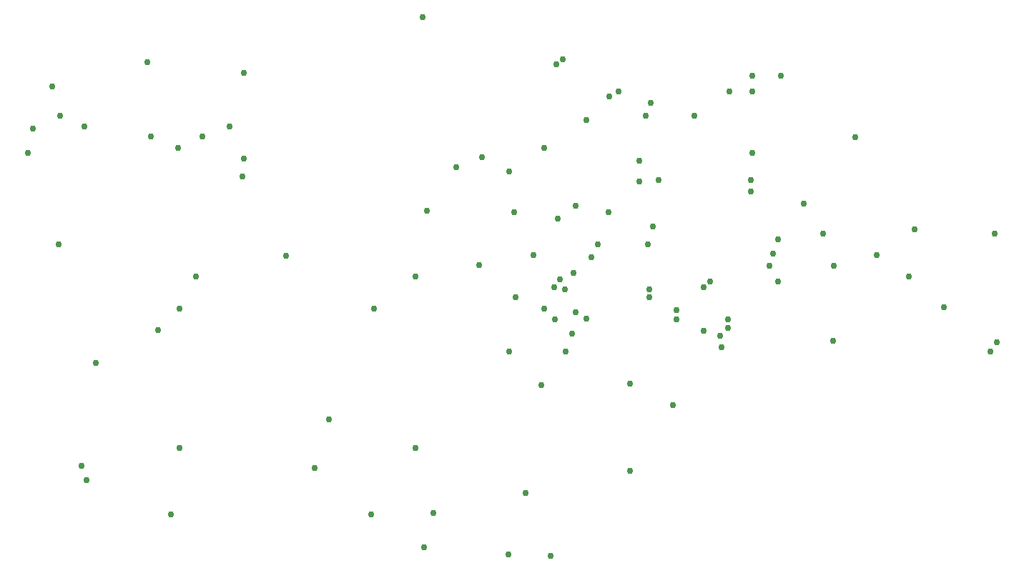
<source format=gbr>
G04 EAGLE Gerber RS-274X export*
G75*
%MOMM*%
%FSLAX34Y34*%
%LPD*%
%INVias*%
%IPPOS*%
%AMOC8*
5,1,8,0,0,1.08239X$1,22.5*%
G01*
%ADD10C,0.756400*%


D10*
X774700Y431800D03*
X762000Y393700D03*
X1028700Y406400D03*
X1041400Y368300D03*
X1130300Y355600D03*
X800100Y228600D03*
X850900Y203200D03*
X241300Y292100D03*
X266700Y317500D03*
X342900Y596900D03*
X228600Y609600D03*
X266700Y152400D03*
X546100Y152400D03*
X546100Y355600D03*
X685800Y381000D03*
X876300Y546100D03*
X1066800Y520700D03*
X965200Y368300D03*
X698500Y508000D03*
X1231900Y406400D03*
X1092200Y381000D03*
X908304Y271780D03*
X676656Y99568D03*
X915924Y305308D03*
X827532Y415036D03*
X714756Y424180D03*
X594360Y485140D03*
X748284Y305562D03*
X915924Y294640D03*
X86868Y501904D03*
X92964Y530860D03*
X115824Y581152D03*
X124968Y546100D03*
X153924Y533908D03*
X556514Y34544D03*
X493776Y73660D03*
X443484Y186436D03*
X341376Y474472D03*
X123444Y393700D03*
X150876Y131572D03*
X294132Y521716D03*
X156972Y114808D03*
X393192Y379984D03*
X694944Y227076D03*
X256286Y73660D03*
X286512Y355600D03*
X567436Y75184D03*
X233172Y521716D03*
X265176Y508000D03*
X621792Y369316D03*
X822960Y340360D03*
X559308Y433324D03*
X496824Y317500D03*
X656844Y480568D03*
X1040892Y279400D03*
X833628Y469900D03*
X735838Y313182D03*
X800100Y125476D03*
X720852Y613156D03*
X748284Y541528D03*
X733044Y359664D03*
X326136Y533908D03*
X624840Y497332D03*
X717550Y352298D03*
X810768Y468376D03*
X822960Y331216D03*
X664464Y331216D03*
X736092Y439420D03*
X426720Y128524D03*
X943356Y456184D03*
X975360Y349504D03*
X656336Y26416D03*
X906780Y285496D03*
X975360Y399796D03*
X1005840Y442468D03*
X1136904Y411988D03*
X706120Y24384D03*
X886968Y343408D03*
X1171956Y319024D03*
X886968Y291592D03*
X1234440Y277876D03*
X342900Y495808D03*
X662940Y431800D03*
X821436Y394208D03*
X810768Y492760D03*
X656844Y267208D03*
X723900Y266700D03*
X731520Y288290D03*
X711200Y304800D03*
X698500Y317500D03*
X969264Y383032D03*
X943356Y469900D03*
X1226820Y267208D03*
X854964Y305308D03*
X754380Y378460D03*
X775716Y568960D03*
X554736Y663448D03*
X713232Y607060D03*
X722884Y340360D03*
X818388Y546100D03*
X710184Y343408D03*
X786384Y575056D03*
X978408Y593344D03*
X894588Y349504D03*
X917448Y575056D03*
X854964Y315976D03*
X824484Y561340D03*
X167640Y253492D03*
X944880Y501904D03*
X944880Y575056D03*
X944880Y593344D03*
M02*

</source>
